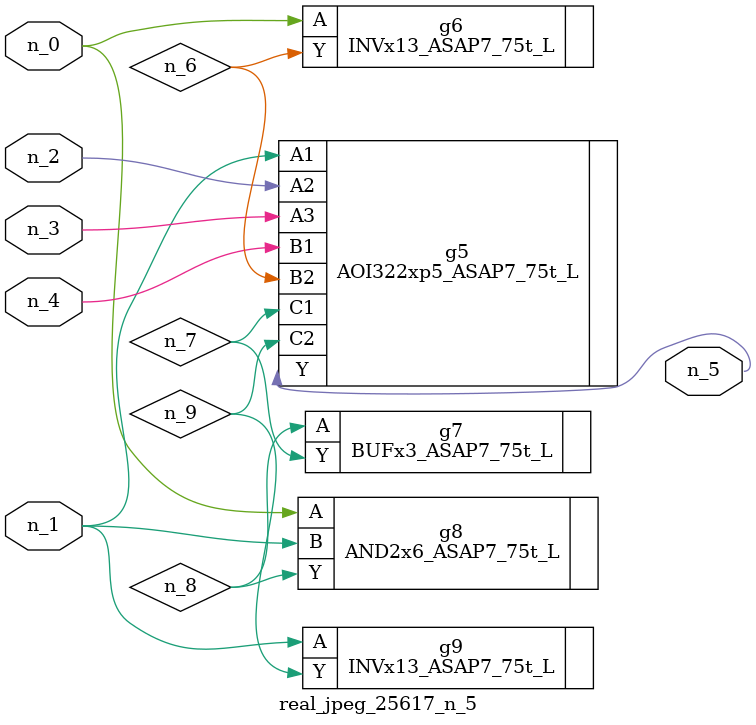
<source format=v>
module real_jpeg_25617_n_5 (n_4, n_0, n_1, n_2, n_3, n_5);

input n_4;
input n_0;
input n_1;
input n_2;
input n_3;

output n_5;

wire n_8;
wire n_6;
wire n_7;
wire n_9;

INVx13_ASAP7_75t_L g6 ( 
.A(n_0),
.Y(n_6)
);

AND2x6_ASAP7_75t_L g8 ( 
.A(n_0),
.B(n_1),
.Y(n_8)
);

AOI322xp5_ASAP7_75t_L g5 ( 
.A1(n_1),
.A2(n_2),
.A3(n_3),
.B1(n_4),
.B2(n_6),
.C1(n_7),
.C2(n_9),
.Y(n_5)
);

INVx13_ASAP7_75t_L g9 ( 
.A(n_1),
.Y(n_9)
);

BUFx3_ASAP7_75t_L g7 ( 
.A(n_8),
.Y(n_7)
);


endmodule
</source>
